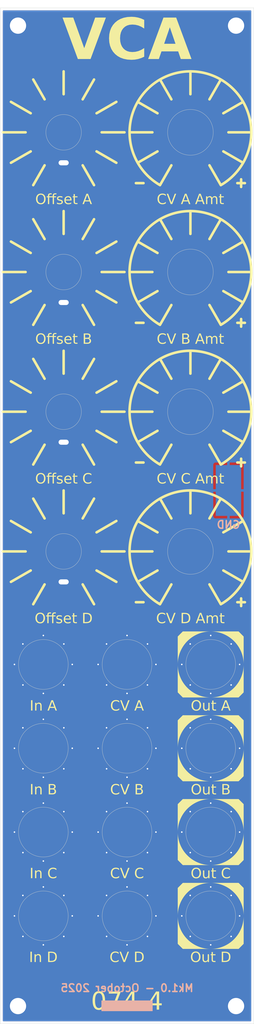
<source format=kicad_pcb>
(kicad_pcb (version 20241229) (generator "pcbnew") (generator_version "9.0")
  (title_block (title "Kosmo Format Front Panel - 5 cm") (company "DMH Instruments"))
  (layers (0 "F.Cu" signal) (2 "B.Cu" signal) (13 "F.Paste" user) (15 "B.Paste" user) (5 "F.SilkS" user "F.Silkscreen") (7 "B.SilkS" user "B.Silkscreen") (1 "F.Mask" user) (3 "B.Mask" user) (25 "Edge.Cuts" user))
  (net 0 "")
  (net 1 "GND")
  (footprint "SynthStuff:Jack_6.35mm_Cutout_v3" (layer "F.Cu") (at 58.5 192.25)
    (property "Reference" "H14")
    (property "Value" "In C" (at 0 8.25 0) (layer "F.SilkS") (effects (font (size 2 2))))
    (fp_circle (center 0 0) (end 0 -4.9) (stroke (width 0.05)) (fill no) (layer "Edge.Cuts"))
    (pad "1" thru_hole circle (at -5.7 0) (size 0.5 0.5) (drill 0.3) (layers "*.Cu" "*.Mask") (net 1 "GND"))
    (pad "1" thru_hole circle (at -4.04 -4.03) (size 0.5 0.5) (drill 0.3) (layers "*.Cu" "*.Mask") (net 1 "GND"))
    (pad "1" thru_hole circle (at -4.03 4.04) (size 0.5 0.5) (drill 0.3) (layers "*.Cu" "*.Mask") (net 1 "GND"))
    (pad "1" thru_hole circle (at 0 -5.7) (size 0.5 0.5) (drill 0.3) (layers "*.Cu" "*.Mask") (net 1 "GND"))
    (pad "1" connect circle (at 0 0) (size 12 12) (layers "F.Cu" "F.Mask") (net 1 "GND"))
    (pad "1" connect circle (at 0 0) (size 12 12) (layers "B.Cu" "B.Mask") (net 1 "GND"))
    (pad "1" thru_hole circle (at 0 5.7) (size 0.5 0.5) (drill 0.3) (layers "*.Cu" "*.Mask") (net 1 "GND"))
    (pad "1" thru_hole circle (at 4.03 4.04) (size 0.5 0.5) (drill 0.3) (layers "*.Cu" "*.Mask") (net 1 "GND"))
    (pad "1" thru_hole circle (at 4.04 -4.03) (size 0.5 0.5) (drill 0.3) (layers "*.Cu" "*.Mask") (net 1 "GND"))
    (pad "1" thru_hole circle (at 5.7 0) (size 0.5 0.5) (drill 0.3) (layers "*.Cu" "*.Mask") (net 1 "GND"))
  )
  (footprint "SynthStuff:MountingHole_Rails" (layer "F.Cu") (at 53.5 226.5)
    (property "Reference" "H3")
    (property "Value" "MountingHole_Rails" (hide yes))
    (pad "1" thru_hole circle (at 0 0) (size 4 4) (drill 3.2) (layers "*.Cu" "*.Mask") (net 1 "GND"))
  )
  (footprint "SynthStuff:Jack_6.35mm_Cutout_Output_v6" (layer "F.Cu") (at 91.5 192.25)
    (property "Reference" "H23")
    (property "Value" "Out C" (at 0 8.25 0) (layer "F.SilkS") (effects (font (size 2 2))))
    (fp_poly (pts (xy -6.5 5.5) (arc (start -6.5 0) (mid -4.596194 4.596194) (end 0 6.5)) (xy -5.5 6.5)) (fill yes) (layer "F.SilkS"))
    (fp_poly (pts (xy -5.5 -6.5) (arc (start 0 -6.5) (mid -4.596194 -4.596194) (end -6.5 0)) (xy -6.5 -5.5)) (fill yes) (layer "F.SilkS"))
    (fp_poly (pts (xy 5.5 6.5) (arc (start 0 6.5) (mid 4.596194 4.596194) (end 6.5 0)) (xy 6.5 5.5)) (fill yes) (layer "F.SilkS"))
    (fp_poly (pts (xy 6.5 -5.5) (arc (start 6.5 0) (mid 4.596194 -4.596194) (end 0 -6.5)) (xy 5.5 -6.5)) (fill yes) (layer "F.SilkS"))
    (fp_circle (center 0 0) (end 0 -4.9) (stroke (width 0.05)) (fill no) (layer "Edge.Cuts"))
    (pad "1" thru_hole circle (at -5.7 0) (size 0.5 0.5) (drill 0.3) (layers "*.Cu" "*.Mask") (net 1 "GND"))
    (pad "1" thru_hole circle (at -4.04 -4.03) (size 0.5 0.5) (drill 0.3) (layers "*.Cu" "*.Mask") (net 1 "GND"))
    (pad "1" thru_hole circle (at -4.03 4.04) (size 0.5 0.5) (drill 0.3) (layers "*.Cu" "*.Mask") (net 1 "GND"))
    (pad "1" thru_hole circle (at 0 -5.7) (size 0.5 0.5) (drill 0.3) (layers "*.Cu" "*.Mask") (net 1 "GND"))
    (pad "1" connect circle (at 0 0) (size 12 12) (layers "F.Cu" "F.Mask") (net 1 "GND"))
    (pad "1" connect circle (at 0 0) (size 12 12) (layers "B.Cu" "B.Mask") (net 1 "GND"))
    (pad "1" thru_hole circle (at 0 5.7) (size 0.5 0.5) (drill 0.3) (layers "*.Cu" "*.Mask") (net 1 "GND"))
    (pad "1" thru_hole circle (at 4.03 4.04) (size 0.5 0.5) (drill 0.3) (layers "*.Cu" "*.Mask") (net 1 "GND"))
    (pad "1" thru_hole circle (at 4.04 -4.03) (size 0.5 0.5) (drill 0.3) (layers "*.Cu" "*.Mask") (net 1 "GND"))
    (pad "1" thru_hole circle (at 5.7 0) (size 0.5 0.5) (drill 0.3) (layers "*.Cu" "*.Mask") (net 1 "GND"))
  )
  (footprint "SynthStuff:Jack_6.35mm_Cutout_v3" (layer "F.Cu") (at 75 208.75)
    (property "Reference" "H22")
    (property "Value" "CV D" (at 0 8.25 0) (layer "F.SilkS") (effects (font (size 2 2))))
    (fp_circle (center 0 0) (end 0 -4.9) (stroke (width 0.05)) (fill no) (layer "Edge.Cuts"))
    (pad "1" thru_hole circle (at -5.7 0) (size 0.5 0.5) (drill 0.3) (layers "*.Cu" "*.Mask") (net 1 "GND"))
    (pad "1" thru_hole circle (at -4.04 -4.03) (size 0.5 0.5) (drill 0.3) (layers "*.Cu" "*.Mask") (net 1 "GND"))
    (pad "1" thru_hole circle (at -4.03 4.04) (size 0.5 0.5) (drill 0.3) (layers "*.Cu" "*.Mask") (net 1 "GND"))
    (pad "1" thru_hole circle (at 0 -5.7) (size 0.5 0.5) (drill 0.3) (layers "*.Cu" "*.Mask") (net 1 "GND"))
    (pad "1" connect circle (at 0 0) (size 12 12) (layers "F.Cu" "F.Mask") (net 1 "GND"))
    (pad "1" connect circle (at 0 0) (size 12 12) (layers "B.Cu" "B.Mask") (net 1 "GND"))
    (pad "1" thru_hole circle (at 0 5.7) (size 0.5 0.5) (drill 0.3) (layers "*.Cu" "*.Mask") (net 1 "GND"))
    (pad "1" thru_hole circle (at 4.03 4.04) (size 0.5 0.5) (drill 0.3) (layers "*.Cu" "*.Mask") (net 1 "GND"))
    (pad "1" thru_hole circle (at 4.04 -4.03) (size 0.5 0.5) (drill 0.3) (layers "*.Cu" "*.Mask") (net 1 "GND"))
    (pad "1" thru_hole circle (at 5.7 0) (size 0.5 0.5) (drill 0.3) (layers "*.Cu" "*.Mask") (net 1 "GND"))
  )
  (footprint "SynthStuff:Pot_Cutout_Tiny" (layer "F.Cu") (at 62.5 54.5)
    (property "Reference" "H5")
    (property "Value" "Offset A" (at 0 13.3 0) (layer "F.SilkS") (effects (font (size 2 2))))
    (fp_line (start -7.499998 0) (end -12 0) (stroke (width 0.5)) (layer "F.SilkS"))
    (fp_line (start -6.49301 -3.753771) (end -10.394285 -5.996567) (stroke (width 0.5)) (layer "F.SilkS"))
    (fp_line (start -6.49301 3.753772) (end -10.394227 5.996669) (stroke (width 0.5)) (layer "F.SilkS"))
    (fp_line (start -3.753772 -6.49301) (end -5.996669 -10.394227) (stroke (width 0.5)) (layer "F.SilkS"))
    (fp_line (start -3.753771 6.49301) (end -5.996567 10.394285) (stroke (width 0.5)) (layer "F.SilkS"))
    (fp_line (start 0 -7.5) (end 0 -12) (stroke (width 0.5)) (layer "F.SilkS"))
    (fp_line (start 3.753771 -6.49301) (end 5.996567 -10.394285) (stroke (width 0.5)) (layer "F.SilkS"))
    (fp_line (start 3.753772 6.49301) (end 5.996669 10.394227) (stroke (width 0.5)) (layer "F.SilkS"))
    (fp_line (start 6.49301 -3.753772) (end 10.394227 -5.996669) (stroke (width 0.5)) (layer "F.SilkS"))
    (fp_line (start 6.49301 3.753771) (end 10.394285 5.996567) (stroke (width 0.5)) (layer "F.SilkS"))
    (fp_line (start 7.5 0) (end 12 0) (stroke (width 0.5)) (layer "F.SilkS"))
    (fp_circle (center 0 0) (end 0 3.5) (stroke (width 0.05)) (fill no) (layer "Edge.Cuts"))
    (pad "1" connect circle (at 0 0) (size 12 12) (layers "F.Cu" "F.Mask") (net 1 "GND"))
    (pad "1" connect circle (at 0 0) (size 12 12) (layers "B.Cu" "B.Mask") (net 1 "GND"))
    (pad "1" thru_hole oval (at 0 6) (size 2.5 1.5) (drill oval 2 1) (layers "*.Cu" "*.Mask") (net 1 "GND"))
  )
  (footprint "SynthStuff:Jack_6.35mm_Cutout_v3" (layer "F.Cu") (at 75 192.25)
    (property "Reference" "H18")
    (property "Value" "CV C" (at 0 8.25 0) (layer "F.SilkS") (effects (font (size 2 2))))
    (fp_circle (center 0 0) (end 0 -4.9) (stroke (width 0.05)) (fill no) (layer "Edge.Cuts"))
    (pad "1" thru_hole circle (at -5.7 0) (size 0.5 0.5) (drill 0.3) (layers "*.Cu" "*.Mask") (net 1 "GND"))
    (pad "1" thru_hole circle (at -4.04 -4.03) (size 0.5 0.5) (drill 0.3) (layers "*.Cu" "*.Mask") (net 1 "GND"))
    (pad "1" thru_hole circle (at -4.03 4.04) (size 0.5 0.5) (drill 0.3) (layers "*.Cu" "*.Mask") (net 1 "GND"))
    (pad "1" thru_hole circle (at 0 -5.7) (size 0.5 0.5) (drill 0.3) (layers "*.Cu" "*.Mask") (net 1 "GND"))
    (pad "1" connect circle (at 0 0) (size 12 12) (layers "F.Cu" "F.Mask") (net 1 "GND"))
    (pad "1" connect circle (at 0 0) (size 12 12) (layers "B.Cu" "B.Mask") (net 1 "GND"))
    (pad "1" thru_hole circle (at 0 5.7) (size 0.5 0.5) (drill 0.3) (layers "*.Cu" "*.Mask") (net 1 "GND"))
    (pad "1" thru_hole circle (at 4.03 4.04) (size 0.5 0.5) (drill 0.3) (layers "*.Cu" "*.Mask") (net 1 "GND"))
    (pad "1" thru_hole circle (at 4.04 -4.03) (size 0.5 0.5) (drill 0.3) (layers "*.Cu" "*.Mask") (net 1 "GND"))
    (pad "1" thru_hole circle (at 5.7 0) (size 0.5 0.5) (drill 0.3) (layers "*.Cu" "*.Mask") (net 1 "GND"))
  )
  (footprint "SynthStuff:Jack_6.35mm_Cutout_v3" (layer "F.Cu") (at 75 159.25)
    (property "Reference" "H9")
    (property "Value" "CV A" (at 0 8.25 0) (layer "F.SilkS") (effects (font (size 2 2))))
    (fp_circle (center 0 0) (end 0 -4.9) (stroke (width 0.05)) (fill no) (layer "Edge.Cuts"))
    (pad "1" thru_hole circle (at -5.7 0) (size 0.5 0.5) (drill 0.3) (layers "*.Cu" "*.Mask") (net 1 "GND"))
    (pad "1" thru_hole circle (at -4.04 -4.03) (size 0.5 0.5) (drill 0.3) (layers "*.Cu" "*.Mask") (net 1 "GND"))
    (pad "1" thru_hole circle (at -4.03 4.04) (size 0.5 0.5) (drill 0.3) (layers "*.Cu" "*.Mask") (net 1 "GND"))
    (pad "1" thru_hole circle (at 0 -5.7) (size 0.5 0.5) (drill 0.3) (layers "*.Cu" "*.Mask") (net 1 "GND"))
    (pad "1" connect circle (at 0 0) (size 12 12) (layers "F.Cu" "F.Mask") (net 1 "GND"))
    (pad "1" connect circle (at 0 0) (size 12 12) (layers "B.Cu" "B.Mask") (net 1 "GND"))
    (pad "1" thru_hole circle (at 0 5.7) (size 0.5 0.5) (drill 0.3) (layers "*.Cu" "*.Mask") (net 1 "GND"))
    (pad "1" thru_hole circle (at 4.03 4.04) (size 0.5 0.5) (drill 0.3) (layers "*.Cu" "*.Mask") (net 1 "GND"))
    (pad "1" thru_hole circle (at 4.04 -4.03) (size 0.5 0.5) (drill 0.3) (layers "*.Cu" "*.Mask") (net 1 "GND"))
    (pad "1" thru_hole circle (at 5.7 0) (size 0.5 0.5) (drill 0.3) (layers "*.Cu" "*.Mask") (net 1 "GND"))
  )
  (footprint "SynthStuff:Pot_Cutout_Tiny" (layer "F.Cu") (at 62.5 137)
    (property "Reference" "H19")
    (property "Value" "Offset D" (at 0 13.3 0) (layer "F.SilkS") (effects (font (size 2 2))))
    (fp_line (start -7.499998 0) (end -12 0) (stroke (width 0.5)) (layer "F.SilkS"))
    (fp_line (start -6.49301 -3.753771) (end -10.394285 -5.996567) (stroke (width 0.5)) (layer "F.SilkS"))
    (fp_line (start -6.49301 3.753772) (end -10.394227 5.996669) (stroke (width 0.5)) (layer "F.SilkS"))
    (fp_line (start -3.753772 -6.49301) (end -5.996669 -10.394227) (stroke (width 0.5)) (layer "F.SilkS"))
    (fp_line (start -3.753771 6.49301) (end -5.996567 10.394285) (stroke (width 0.5)) (layer "F.SilkS"))
    (fp_line (start 0 -7.5) (end 0 -12) (stroke (width 0.5)) (layer "F.SilkS"))
    (fp_line (start 3.753771 -6.49301) (end 5.996567 -10.394285) (stroke (width 0.5)) (layer "F.SilkS"))
    (fp_line (start 3.753772 6.49301) (end 5.996669 10.394227) (stroke (width 0.5)) (layer "F.SilkS"))
    (fp_line (start 6.49301 -3.753772) (end 10.394227 -5.996669) (stroke (width 0.5)) (layer "F.SilkS"))
    (fp_line (start 6.49301 3.753771) (end 10.394285 5.996567) (stroke (width 0.5)) (layer "F.SilkS"))
    (fp_line (start 7.5 0) (end 12 0) (stroke (width 0.5)) (layer "F.SilkS"))
    (fp_circle (center 0 0) (end 0 3.5) (stroke (width 0.05)) (fill no) (layer "Edge.Cuts"))
    (pad "1" connect circle (at 0 0) (size 12 12) (layers "F.Cu" "F.Mask") (net 1 "GND"))
    (pad "1" connect circle (at 0 0) (size 12 12) (layers "B.Cu" "B.Mask") (net 1 "GND"))
    (pad "1" thru_hole oval (at 0 6) (size 2.5 1.5) (drill oval 2 1) (layers "*.Cu" "*.Mask") (net 1 "GND"))
  )
  (footprint "SynthStuff:Jack_6.35mm_Cutout_Output_v6" (layer "F.Cu") (at 91.5 159.25)
    (property "Reference" "H11")
    (property "Value" "Out A" (at 0 8.25 0) (layer "F.SilkS") (effects (font (size 2 2))))
    (fp_poly (pts (xy -6.5 5.5) (arc (start -6.5 0) (mid -4.596194 4.596194) (end 0 6.5)) (xy -5.5 6.5)) (fill yes) (layer "F.SilkS"))
    (fp_poly (pts (xy -5.5 -6.5) (arc (start 0 -6.5) (mid -4.596194 -4.596194) (end -6.5 0)) (xy -6.5 -5.5)) (fill yes) (layer "F.SilkS"))
    (fp_poly (pts (xy 5.5 6.5) (arc (start 0 6.5) (mid 4.596194 4.596194) (end 6.5 0)) (xy 6.5 5.5)) (fill yes) (layer "F.SilkS"))
    (fp_poly (pts (xy 6.5 -5.5) (arc (start 6.5 0) (mid 4.596194 -4.596194) (end 0 -6.5)) (xy 5.5 -6.5)) (fill yes) (layer "F.SilkS"))
    (fp_circle (center 0 0) (end 0 -4.9) (stroke (width 0.05)) (fill no) (layer "Edge.Cuts"))
    (pad "1" thru_hole circle (at -5.7 0) (size 0.5 0.5) (drill 0.3) (layers "*.Cu" "*.Mask") (net 1 "GND"))
    (pad "1" thru_hole circle (at -4.04 -4.03) (size 0.5 0.5) (drill 0.3) (layers "*.Cu" "*.Mask") (net 1 "GND"))
    (pad "1" thru_hole circle (at -4.03 4.04) (size 0.5 0.5) (drill 0.3) (layers "*.Cu" "*.Mask") (net 1 "GND"))
    (pad "1" thru_hole circle (at 0 -5.7) (size 0.5 0.5) (drill 0.3) (layers "*.Cu" "*.Mask") (net 1 "GND"))
    (pad "1" connect circle (at 0 0) (size 12 12) (layers "F.Cu" "F.Mask") (net 1 "GND"))
    (pad "1" connect circle (at 0 0) (size 12 12) (layers "B.Cu" "B.Mask") (net 1 "GND"))
    (pad "1" thru_hole circle (at 0 5.7) (size 0.5 0.5) (drill 0.3) (layers "*.Cu" "*.Mask") (net 1 "GND"))
    (pad "1" thru_hole circle (at 4.03 4.04) (size 0.5 0.5) (drill 0.3) (layers "*.Cu" "*.Mask") (net 1 "GND"))
    (pad "1" thru_hole circle (at 4.04 -4.03) (size 0.5 0.5) (drill 0.3) (layers "*.Cu" "*.Mask") (net 1 "GND"))
    (pad "1" thru_hole circle (at 5.7 0) (size 0.5 0.5) (drill 0.3) (layers "*.Cu" "*.Mask") (net 1 "GND"))
  )
  (footprint "SynthStuff:Jack_6.35mm_Cutout_v3" (layer "F.Cu") (at 75 175.75)
    (property "Reference" "H17")
    (property "Value" "CV B" (at 0 8.25 0) (layer "F.SilkS") (effects (font (size 2 2))))
    (fp_circle (center 0 0) (end 0 -4.9) (stroke (width 0.05)) (fill no) (layer "Edge.Cuts"))
    (pad "1" thru_hole circle (at -5.7 0) (size 0.5 0.5) (drill 0.3) (layers "*.Cu" "*.Mask") (net 1 "GND"))
    (pad "1" thru_hole circle (at -4.04 -4.03) (size 0.5 0.5) (drill 0.3) (layers "*.Cu" "*.Mask") (net 1 "GND"))
    (pad "1" thru_hole circle (at -4.03 4.04) (size 0.5 0.5) (drill 0.3) (layers "*.Cu" "*.Mask") (net 1 "GND"))
    (pad "1" thru_hole circle (at 0 -5.7) (size 0.5 0.5) (drill 0.3) (layers "*.Cu" "*.Mask") (net 1 "GND"))
    (pad "1" connect circle (at 0 0) (size 12 12) (layers "F.Cu" "F.Mask") (net 1 "GND"))
    (pad "1" connect circle (at 0 0) (size 12 12) (layers "B.Cu" "B.Mask") (net 1 "GND"))
    (pad "1" thru_hole circle (at 0 5.7) (size 0.5 0.5) (drill 0.3) (layers "*.Cu" "*.Mask") (net 1 "GND"))
    (pad "1" thru_hole circle (at 4.03 4.04) (size 0.5 0.5) (drill 0.3) (layers "*.Cu" "*.Mask") (net 1 "GND"))
    (pad "1" thru_hole circle (at 4.04 -4.03) (size 0.5 0.5) (drill 0.3) (layers "*.Cu" "*.Mask") (net 1 "GND"))
    (pad "1" thru_hole circle (at 5.7 0) (size 0.5 0.5) (drill 0.3) (layers "*.Cu" "*.Mask") (net 1 "GND"))
  )
  (footprint "SynthStuff:Jack_6.35mm_Cutout_v3" (layer "F.Cu") (at 58.5 208.75)
    (property "Reference" "H21")
    (property "Value" "In D" (at 0 8.25 0) (layer "F.SilkS") (effects (font (size 2 2))))
    (fp_circle (center 0 0) (end 0 -4.9) (stroke (width 0.05)) (fill no) (layer "Edge.Cuts"))
    (pad "1" thru_hole circle (at -5.7 0) (size 0.5 0.5) (drill 0.3) (layers "*.Cu" "*.Mask") (net 1 "GND"))
    (pad "1" thru_hole circle (at -4.04 -4.03) (size 0.5 0.5) (drill 0.3) (layers "*.Cu" "*.Mask") (net 1 "GND"))
    (pad "1" thru_hole circle (at -4.03 4.04) (size 0.5 0.5) (drill 0.3) (layers "*.Cu" "*.Mask") (net 1 "GND"))
    (pad "1" thru_hole circle (at 0 -5.7) (size 0.5 0.5) (drill 0.3) (layers "*.Cu" "*.Mask") (net 1 "GND"))
    (pad "1" connect circle (at 0 0) (size 12 12) (layers "F.Cu" "F.Mask") (net 1 "GND"))
    (pad "1" connect circle (at 0 0) (size 12 12) (layers "B.Cu" "B.Mask") (net 1 "GND"))
    (pad "1" thru_hole circle (at 0 5.7) (size 0.5 0.5) (drill 0.3) (layers "*.Cu" "*.Mask") (net 1 "GND"))
    (pad "1" thru_hole circle (at 4.03 4.04) (size 0.5 0.5) (drill 0.3) (layers "*.Cu" "*.Mask") (net 1 "GND"))
    (pad "1" thru_hole circle (at 4.04 -4.03) (size 0.5 0.5) (drill 0.3) (layers "*.Cu" "*.Mask") (net 1 "GND"))
    (pad "1" thru_hole circle (at 5.7 0) (size 0.5 0.5) (drill 0.3) (layers "*.Cu" "*.Mask") (net 1 "GND"))
  )
  (footprint "SynthStuff:Jack_6.35mm_Cutout_Output_v6" (layer "F.Cu") (at 91.5 208.75)
    (property "Reference" "H24")
    (property "Value" "Out D" (at 0 8.25 0) (layer "F.SilkS") (effects (font (size 2 2))))
    (fp_poly (pts (xy -6.5 5.5) (arc (start -6.5 0) (mid -4.596194 4.596194) (end 0 6.5)) (xy -5.5 6.5)) (fill yes) (layer "F.SilkS"))
    (fp_poly (pts (xy -5.5 -6.5) (arc (start 0 -6.5) (mid -4.596194 -4.596194) (end -6.5 0)) (xy -6.5 -5.5)) (fill yes) (layer "F.SilkS"))
    (fp_poly (pts (xy 5.5 6.5) (arc (start 0 6.5) (mid 4.596194 4.596194) (end 6.5 0)) (xy 6.5 5.5)) (fill yes) (layer "F.SilkS"))
    (fp_poly (pts (xy 6.5 -5.5) (arc (start 6.5 0) (mid 4.596194 -4.596194) (end 0 -6.5)) (xy 5.5 -6.5)) (fill yes) (layer "F.SilkS"))
    (fp_circle (center 0 0) (end 0 -4.9) (stroke (width 0.05)) (fill no) (layer "Edge.Cuts"))
    (pad "1" thru_hole circle (at -5.7 0) (size 0.5 0.5) (drill 0.3) (layers "*.Cu" "*.Mask") (net 1 "GND"))
    (pad "1" thru_hole circle (at -4.04 -4.03) (size 0.5 0.5) (drill 0.3) (layers "*.Cu" "*.Mask") (net 1 "GND"))
    (pad "1" thru_hole circle (at -4.03 4.04) (size 0.5 0.5) (drill 0.3) (layers "*.Cu" "*.Mask") (net 1 "GND"))
    (pad "1" thru_hole circle (at 0 -5.7) (size 0.5 0.5) (drill 0.3) (layers "*.Cu" "*.Mask") (net 1 "GND"))
    (pad "1" connect circle (at 0 0) (size 12 12) (layers "F.Cu" "F.Mask") (net 1 "GND"))
    (pad "1" connect circle (at 0 0) (size 12 12) (layers "B.Cu" "B.Mask") (net 1 "GND"))
    (pad "1" thru_hole circle (at 0 5.7) (size 0.5 0.5) (drill 0.3) (layers "*.Cu" "*.Mask") (net 1 "GND"))
    (pad "1" thru_hole circle (at 4.03 4.04) (size 0.5 0.5) (drill 0.3) (layers "*.Cu" "*.Mask") (net 1 "GND"))
    (pad "1" thru_hole circle (at 4.04 -4.03) (size 0.5 0.5) (drill 0.3) (layers "*.Cu" "*.Mask") (net 1 "GND"))
    (pad "1" thru_hole circle (at 5.7 0) (size 0.5 0.5) (drill 0.3) (layers "*.Cu" "*.Mask") (net 1 "GND"))
  )
  (footprint "SynthStuff:Jack_6.35mm_Cutout_v3" (layer "F.Cu") (at 58.5 175.75)
    (property "Reference" "H15")
    (property "Value" "In B" (at 0 8.25 0) (layer "F.SilkS") (effects (font (size 2 2))))
    (fp_circle (center 0 0) (end 0 -4.9) (stroke (width 0.05)) (fill no) (layer "Edge.Cuts"))
    (pad "1" thru_hole circle (at -5.7 0) (size 0.5 0.5) (drill 0.3) (layers "*.Cu" "*.Mask") (net 1 "GND"))
    (pad "1" thru_hole circle (at -4.04 -4.03) (size 0.5 0.5) (drill 0.3) (layers "*.Cu" "*.Mask") (net 1 "GND"))
    (pad "1" thru_hole circle (at -4.03 4.04) (size 0.5 0.5) (drill 0.3) (layers "*.Cu" "*.Mask") (net 1 "GND"))
    (pad "1" thru_hole circle (at 0 -5.7) (size 0.5 0.5) (drill 0.3) (layers "*.Cu" "*.Mask") (net 1 "GND"))
    (pad "1" connect circle (at 0 0) (size 12 12) (layers "F.Cu" "F.Mask") (net 1 "GND"))
    (pad "1" connect circle (at 0 0) (size 12 12) (layers "B.Cu" "B.Mask") (net 1 "GND"))
    (pad "1" thru_hole circle (at 0 5.7) (size 0.5 0.5) (drill 0.3) (layers "*.Cu" "*.Mask") (net 1 "GND"))
    (pad "1" thru_hole circle (at 4.03 4.04) (size 0.5 0.5) (drill 0.3) (layers "*.Cu" "*.Mask") (net 1 "GND"))
    (pad "1" thru_hole circle (at 4.04 -4.03) (size 0.5 0.5) (drill 0.3) (layers "*.Cu" "*.Mask") (net 1 "GND"))
    (pad "1" thru_hole circle (at 5.7 0) (size 0.5 0.5) (drill 0.3) (layers "*.Cu" "*.Mask") (net 1 "GND"))
  )
  (footprint "SynthStuff:Pot_Cutout_Tiny" (layer "F.Cu") (at 62.5 82)
    (property "Reference" "H12")
    (property "Value" "Offset B" (at 0 13.3 0) (layer "F.SilkS") (effects (font (size 2 2))))
    (fp_line (start -7.499998 0) (end -12 0) (stroke (width 0.5)) (layer "F.SilkS"))
    (fp_line (start -6.49301 -3.753771) (end -10.394285 -5.996567) (stroke (width 0.5)) (layer "F.SilkS"))
    (fp_line (start -6.49301 3.753772) (end -10.394227 5.996669) (stroke (width 0.5)) (layer "F.SilkS"))
    (fp_line (start -3.753772 -6.49301) (end -5.996669 -10.394227) (stroke (width 0.5)) (layer "F.SilkS"))
    (fp_line (start -3.753771 6.49301) (end -5.996567 10.394285) (stroke (width 0.5)) (layer "F.SilkS"))
    (fp_line (start 0 -7.5) (end 0 -12) (stroke (width 0.5)) (layer "F.SilkS"))
    (fp_line (start 3.753771 -6.49301) (end 5.996567 -10.394285) (stroke (width 0.5)) (layer "F.SilkS"))
    (fp_line (start 3.753772 6.49301) (end 5.996669 10.394227) (stroke (width 0.5)) (layer "F.SilkS"))
    (fp_line (start 6.49301 -3.753772) (end 10.394227 -5.996669) (stroke (width 0.5)) (layer "F.SilkS"))
    (fp_line (start 6.49301 3.753771) (end 10.394285 5.996567) (stroke (width 0.5)) (layer "F.SilkS"))
    (fp_line (start 7.5 0) (end 12 0) (stroke (width 0.5)) (layer "F.SilkS"))
    (fp_circle (center 0 0) (end 0 3.5) (stroke (width 0.05)) (fill no) (layer "Edge.Cuts"))
    (pad "1" connect circle (at 0 0) (size 12 12) (layers "F.Cu" "F.Mask") (net 1 "GND"))
    (pad "1" connect circle (at 0 0) (size 12 12) (layers "B.Cu" "B.Mask") (net 1 "GND"))
    (pad "1" thru_hole oval (at 0 6) (size 2.5 1.5) (drill oval 2 1) (layers "*.Cu" "*.Mask") (net 1 "GND"))
  )
  (footprint "SynthStuff:Pot_Cutout_Tiny" (layer "F.Cu") (at 62.5 109.5)
    (property "Reference" "H7")
    (property "Value" "Offset C" (at 0 13.3 0) (layer "F.SilkS") (effects (font (size 2 2))))
    (fp_line (start -7.499998 0) (end -12 0) (stroke (width 0.5)) (layer "F.SilkS"))
    (fp_line (start -6.49301 -3.753771) (end -10.394285 -5.996567) (stroke (width 0.5)) (layer "F.SilkS"))
    (fp_line (start -6.49301 3.753772) (end -10.394227 5.996669) (stroke (width 0.5)) (layer "F.SilkS"))
    (fp_line (start -3.753772 -6.49301) (end -5.996669 -10.394227) (stroke (width 0.5)) (layer "F.SilkS"))
    (fp_line (start -3.753771 6.49301) (end -5.996567 10.394285) (stroke (width 0.5)) (layer "F.SilkS"))
    (fp_line (start 0 -7.5) (end 0 -12) (stroke (width 0.5)) (layer "F.SilkS"))
    (fp_line (start 3.753771 -6.49301) (end 5.996567 -10.394285) (stroke (width 0.5)) (layer "F.SilkS"))
    (fp_line (start 3.753772 6.49301) (end 5.996669 10.394227) (stroke (width 0.5)) (layer "F.SilkS"))
    (fp_line (start 6.49301 -3.753772) (end 10.394227 -5.996669) (stroke (width 0.5)) (layer "F.SilkS"))
    (fp_line (start 6.49301 3.753771) (end 10.394285 5.996567) (stroke (width 0.5)) (layer "F.SilkS"))
    (fp_line (start 7.5 0) (end 12 0) (stroke (width 0.5)) (layer "F.SilkS"))
    (fp_circle (center 0 0) (end 0 3.5) (stroke (width 0.05)) (fill no) (layer "Edge.Cuts"))
    (pad "1" connect circle (at 0 0) (size 12 12) (layers "F.Cu" "F.Mask") (net 1 "GND"))
    (pad "1" connect circle (at 0 0) (size 12 12) (layers "B.Cu" "B.Mask") (net 1 "GND"))
    (pad "1" thru_hole oval (at 0 6) (size 2.5 1.5) (drill oval 2 1) (layers "*.Cu" "*.Mask") (net 1 "GND"))
  )
  (footprint "SynthStuff:MountingHole_Rails" (layer "F.Cu") (at 96.5 33.5)
    (property "Reference" "H2")
    (property "Value" "MountingHole_Rails" (hide yes))
    (pad "1" thru_hole circle (at 0 0) (size 4 4) (drill 3.2) (layers "*.Cu" "*.Mask") (net 1 "GND"))
  )
  (footprint "SynthStuff:MountingHole_Rails" (layer "F.Cu") (at 96.5 226.5)
    (property "Reference" "H4")
    (property "Value" "MountingHole_Rails" (hide yes))
    (pad "1" thru_hole circle (at 0 0) (size 4 4) (drill 3.2) (layers "*.Cu" "*.Mask") (net 1 "GND"))
  )
  (footprint "SynthStuff:Jack_6.35mm_Cutout_v3" (layer "F.Cu") (at 58.5 159.25)
    (property "Reference" "H8")
    (property "Value" "In A" (at 0 8.25 0) (layer "F.SilkS") (effects (font (size 2 2))))
    (fp_circle (center 0 0) (end 0 -4.9) (stroke (width 0.05)) (fill no) (layer "Edge.Cuts"))
    (pad "1" thru_hole circle (at -5.7 0) (size 0.5 0.5) (drill 0.3) (layers "*.Cu" "*.Mask") (net 1 "GND"))
    (pad "1" thru_hole circle (at -4.04 -4.03) (size 0.5 0.5) (drill 0.3) (layers "*.Cu" "*.Mask") (net 1 "GND"))
    (pad "1" thru_hole circle (at -4.03 4.04) (size 0.5 0.5) (drill 0.3) (layers "*.Cu" "*.Mask") (net 1 "GND"))
    (pad "1" thru_hole circle (at 0 -5.7) (size 0.5 0.5) (drill 0.3) (layers "*.Cu" "*.Mask") (net 1 "GND"))
    (pad "1" connect circle (at 0 0) (size 12 12) (layers "F.Cu" "F.Mask") (net 1 "GND"))
    (pad "1" connect circle (at 0 0) (size 12 12) (layers "B.Cu" "B.Mask") (net 1 "GND"))
    (pad "1" thru_hole circle (at 0 5.7) (size 0.5 0.5) (drill 0.3) (layers "*.Cu" "*.Mask") (net 1 "GND"))
    (pad "1" thru_hole circle (at 4.03 4.04) (size 0.5 0.5) (drill 0.3) (layers "*.Cu" "*.Mask") (net 1 "GND"))
    (pad "1" thru_hole circle (at 4.04 -4.03) (size 0.5 0.5) (drill 0.3) (layers "*.Cu" "*.Mask") (net 1 "GND"))
    (pad "1" thru_hole circle (at 5.7 0) (size 0.5 0.5) (drill 0.3) (layers "*.Cu" "*.Mask") (net 1 "GND"))
  )
  (footprint "SynthStuff:Pot_Cutout_Tiny_attv_P110KH1" (layer "F.Cu") (at 87.5 137)
    (property "Reference" "H20")
    (property "Value" "CV D Amt" (at 0 13.3 0) (layer "F.SilkS") (effects (font (size 2 2))))
    (fp_line (start -10.75 10) (end -9.25 10) (stroke (width 0.5)) (layer "F.SilkS"))
    (fp_line (start -7.499998 0) (end -12 0) (stroke (width 0.5)) (layer "F.SilkS"))
    (fp_line (start -6.49301 -3.753771) (end -10.394285 -5.996567) (stroke (width 0.5)) (layer "F.SilkS"))
    (fp_line (start -6.49301 3.753772) (end -10.394227 5.996669) (stroke (width 0.5)) (layer "F.SilkS"))
    (fp_line (start -3.753772 -6.49301) (end -5.996669 -10.394227) (stroke (width 0.5)) (layer "F.SilkS"))
    (fp_line (start -3.753771 6.49301) (end -5.996567 10.394285) (stroke (width 0.5)) (layer "F.SilkS"))
    (fp_line (start 0 -7.5) (end 0 -12) (stroke (width 0.5)) (layer "F.SilkS"))
    (fp_line (start 3.753771 -6.49301) (end 5.996567 -10.394285) (stroke (width 0.5)) (layer "F.SilkS"))
    (fp_line (start 3.753772 6.49301) (end 5.996669 10.394227) (stroke (width 0.5)) (layer "F.SilkS"))
    (fp_line (start 6.49301 -3.753772) (end 10.394227 -5.996669) (stroke (width 0.5)) (layer "F.SilkS"))
    (fp_line (start 6.49301 3.753771) (end 10.394285 5.996567) (stroke (width 0.5)) (layer "F.SilkS"))
    (fp_line (start 7.5 0) (end 12 0) (stroke (width 0.5)) (layer "F.SilkS"))
    (fp_line (start 9.25 10) (end 10.75 10) (stroke (width 0.5)) (layer "F.SilkS"))
    (fp_line (start 10 10.75) (end 10 9.25) (stroke (width 0.5)) (layer "F.SilkS"))
    (fp_arc (start -5.996567 10.394285) (mid -11.591622 -3.103914) (end 0 -11.999999) (stroke (width 0.5)) (layer "F.SilkS"))
    (fp_arc (start 0 -11.999996) (mid 11.591604 -3.103969) (end 5.996669 10.394227) (stroke (width 0.5)) (layer "F.SilkS"))
    (fp_circle (center 0 0) (end 4.5 0) (stroke (width 0.05)) (fill no) (layer "Edge.Cuts"))
    (pad "1" connect circle (at 0 0) (size 12 12) (layers "F.Cu" "F.Mask") (net 1 "GND"))
    (pad "1" connect circle (at 0 0) (size 12 12) (layers "B.Cu" "B.Mask") (net 1 "GND"))
  )
  (footprint "SynthStuff:Pot_Cutout_Tiny_attv_P110KH1" (layer "F.Cu") (at 87.5 54.5)
    (property "Reference" "H6")
    (property "Value" "CV A Amt" (at 0 13.3 0) (layer "F.SilkS") (effects (font (size 2 2))))
    (fp_line (start -10.75 10) (end -9.25 10) (stroke (width 0.5)) (layer "F.SilkS"))
    (fp_line (start -7.499998 0) (end -12 0) (stroke (width 0.5)) (layer "F.SilkS"))
    (fp_line (start -6.49301 -3.753771) (end -10.394285 -5.996567) (stroke (width 0.5)) (layer "F.SilkS"))
    (fp_line (start -6.49301 3.753772) (end -10.394227 5.996669) (stroke (width 0.5)) (layer "F.SilkS"))
    (fp_line (start -3.753772 -6.49301) (end -5.996669 -10.394227) (stroke (width 0.5)) (layer "F.SilkS"))
    (fp_line (start -3.753771 6.49301) (end -5.996567 10.394285) (stroke (width 0.5)) (layer "F.SilkS"))
    (fp_line (start 0 -7.5) (end 0 -12) (stroke (width 0.5)) (layer "F.SilkS"))
    (fp_line (start 3.753771 -6.49301) (end 5.996567 -10.394285) (stroke (width 0.5)) (layer "F.SilkS"))
    (fp_line (start 3.753772 6.49301) (end 5.996669 10.394227) (stroke (width 0.5)) (layer "F.SilkS"))
    (fp_line (start 6.49301 -3.753772) (end 10.394227 -5.996669) (stroke (width 0.5)) (layer "F.SilkS"))
    (fp_line (start 6.49301 3.753771) (end 10.394285 5.996567) (stroke (width 0.5)) (layer "F.SilkS"))
    (fp_line (start 7.5 0) (end 12 0) (stroke (width 0.5)) (layer "F.SilkS"))
    (fp_line (start 9.25 10) (end 10.75 10) (stroke (width 0.5)) (layer "F.SilkS"))
    (fp_line (start 10 10.75) (end 10 9.25) (stroke (width 0.5)) (layer "F.SilkS"))
    (fp_arc (start -5.996567 10.394285) (mid -11.591622 -3.103914) (end 0 -11.999999) (stroke (width 0.5)) (layer "F.SilkS"))
    (fp_arc (start 0 -11.999996) (mid 11.591604 -3.103969) (end 5.996669 10.394227) (stroke (width 0.5)) (layer "F.SilkS"))
    (fp_circle (center 0 0) (end 4.5 0) (stroke (width 0.05)) (fill no) (layer "Edge.Cuts"))
    (pad "1" connect circle (at 0 0) (size 12 12) (layers "F.Cu" "F.Mask") (net 1 "GND"))
    (pad "1" connect circle (at 0 0) (size 12 12) (layers "B.Cu" "B.Mask") (net 1 "GND"))
  )
  (footprint "SynthStuff:Pot_Cutout_Tiny_attv_P110KH1" (layer "F.Cu") (at 87.5 82)
    (property "Reference" "H13")
    (property "Value" "CV B Amt" (at 0 13.3 0) (layer "F.SilkS") (effects (font (size 2 2))))
    (fp_line (start -10.75 10) (end -9.25 10) (stroke (width 0.5)) (layer "F.SilkS"))
    (fp_line (start -7.499998 0) (end -12 0) (stroke (width 0.5)) (layer "F.SilkS"))
    (fp_line (start -6.49301 -3.753771) (end -10.394285 -5.996567) (stroke (width 0.5)) (layer "F.SilkS"))
    (fp_line (start -6.49301 3.753772) (end -10.394227 5.996669) (stroke (width 0.5)) (layer "F.SilkS"))
    (fp_line (start -3.753772 -6.49301) (end -5.996669 -10.394227) (stroke (width 0.5)) (layer "F.SilkS"))
    (fp_line (start -3.753771 6.49301) (end -5.996567 10.394285) (stroke (width 0.5)) (layer "F.SilkS"))
    (fp_line (start 0 -7.5) (end 0 -12) (stroke (width 0.5)) (layer "F.SilkS"))
    (fp_line (start 3.753771 -6.49301) (end 5.996567 -10.394285) (stroke (width 0.5)) (layer "F.SilkS"))
    (fp_line (start 3.753772 6.49301) (end 5.996669 10.394227) (stroke (width 0.5)) (layer "F.SilkS"))
    (fp_line (start 6.49301 -3.753772) (end 10.394227 -5.996669) (stroke (width 0.5)) (layer "F.SilkS"))
    (fp_line (start 6.49301 3.753771) (end 10.394285 5.996567) (stroke (width 0.5)) (layer "F.SilkS"))
    (fp_line (start 7.5 0) (end 12 0) (stroke (width 0.5)) (layer "F.SilkS"))
    (fp_line (start 9.25 10) (end 10.75 10) (stroke (width 0.5)) (layer "F.SilkS"))
    (fp_line (start 10 10.75) (end 10 9.25) (stroke (width 0.5)) (layer "F.SilkS"))
    (fp_arc (start -5.996567 10.394285) (mid -11.591622 -3.103914) (end 0 -11.999999) (stroke (width 0.5)) (layer "F.SilkS"))
    (fp_arc (start 0 -11.999996) (mid 11.591604 -3.103969) (end 5.996669 10.394227) (stroke (width 0.5)) (layer "F.SilkS"))
    (fp_circle (center 0 0) (end 4.5 0) (stroke (width 0.05)) (fill no) (layer "Edge.Cuts"))
    (pad "1" connect circle (at 0 0) (size 12 12) (layers "F.Cu" "F.Mask") (net 1 "GND"))
    (pad "1" connect circle (at 0 0) (size 12 12) (layers "B.Cu" "B.Mask") (net 1 "GND"))
  )
  (footprint "SynthStuff:MountingHole_Rails" (layer "F.Cu") (at 53.5 33.5)
    (property "Reference" "H1")
    (property "Value" "MountingHole_Rails" (hide yes))
    (pad "1" thru_hole circle (at 0 0) (size 4 4) (drill 3.2) (layers "*.Cu" "*.Mask") (net 1 "GND"))
  )
  (footprint "SynthStuff:Pot_Cutout_Tiny_attv_P110KH1" (layer "F.Cu") (at 87.5 109.5)
    (property "Reference" "H10")
    (property "Value" "CV C Amt" (at 0 13.3 0) (layer "F.SilkS") (effects (font (size 2 2))))
    (fp_line (start -10.75 10) (end -9.25 10) (stroke (width 0.5)) (layer "F.SilkS"))
    (fp_line (start -7.499998 0) (end -12 0) (stroke (width 0.5)) (layer "F.SilkS"))
    (fp_line (start -6.49301 -3.753771) (end -10.394285 -5.996567) (stroke (width 0.5)) (layer "F.SilkS"))
    (fp_line (start -6.49301 3.753772) (end -10.394227 5.996669) (stroke (width 0.5)) (layer "F.SilkS"))
    (fp_line (start -3.753772 -6.49301) (end -5.996669 -10.394227) (stroke (width 0.5)) (layer "F.SilkS"))
    (fp_line (start -3.753771 6.49301) (end -5.996567 10.394285) (stroke (width 0.5)) (layer "F.SilkS"))
    (fp_line (start 0 -7.5) (end 0 -12) (stroke (width 0.5)) (layer "F.SilkS"))
    (fp_line (start 3.753771 -6.49301) (end 5.996567 -10.394285) (stroke (width 0.5)) (layer "F.SilkS"))
    (fp_line (start 3.753772 6.49301) (end 5.996669 10.394227) (stroke (width 0.5)) (layer "F.SilkS"))
    (fp_line (start 6.49301 -3.753772) (end 10.394227 -5.996669) (stroke (width 0.5)) (layer "F.SilkS"))
    (fp_line (start 6.49301 3.753771) (end 10.394285 5.996567) (stroke (width 0.5)) (layer "F.SilkS"))
    (fp_line (start 7.5 0) (end 12 0) (stroke (width 0.5)) (layer "F.SilkS"))
    (fp_line (start 9.25 10) (end 10.75 10) (stroke (width 0.5)) (layer "F.SilkS"))
    (fp_line (start 10 10.75) (end 10 9.25) (stroke (width 0.5)) (layer "F.SilkS"))
    (fp_arc (start -5.996567 10.394285) (mid -11.591622 -3.103914) (end 0 -11.999999) (stroke (width 0.5)) (layer "F.SilkS"))
    (fp_arc (start 0 -11.999996) (mid 11.591604 -3.103969) (end 5.996669 10.394227) (stroke (width 0.5)) (layer "F.SilkS"))
    (fp_circle (center 0 0) (end 4.5 0) (stroke (width 0.05)) (fill no) (layer "Edge.Cuts"))
    (pad "1" connect circle (at 0 0) (size 12 12) (layers "F.Cu" "F.Mask") (net 1 "GND"))
    (pad "1" connect circle (at 0 0) (size 12 12) (layers "B.Cu" "B.Mask") (net 1 "GND"))
  )
  (footprint "SynthStuff:Jack_6.35mm_Cutout_Output_v6" (layer "F.Cu") (at 91.5 175.75)
    (property "Reference" "H16")
    (property "Value" "Out B" (at 0 8.25 0) (layer "F.SilkS") (effects (font (size 2 2))))
    (fp_poly (pts (xy -6.5 5.5) (arc (start -6.5 0) (mid -4.596194 4.596194) (end 0 6.5)) (xy -5.5 6.5)) (fill yes) (layer "F.SilkS"))
    (fp_poly (pts (xy -5.5 -6.5) (arc (start 0 -6.5) (mid -4.596194 -4.596194) (end -6.5 0)) (xy -6.5 -5.5)) (fill yes) (layer "F.SilkS"))
    (fp_poly (pts (xy 5.5 6.5) (arc (start 0 6.5) (mid 4.596194 4.596194) (end 6.5 0)) (xy 6.5 5.5)) (fill yes) (layer "F.SilkS"))
    (fp_poly (pts (xy 6.5 -5.5) (arc (start 6.5 0) (mid 4.596194 -4.596194) (end 0 -6.5)) (xy 5.5 -6.5)) (fill yes) (layer "F.SilkS"))
    (fp_circle (center 0 0) (end 0 -4.9) (stroke (width 0.05)) (fill no) (layer "Edge.Cuts"))
    (pad "1" thru_hole circle (at -5.7 0) (size 0.5 0.5) (drill 0.3) (layers "*.Cu" "*.Mask") (net 1 "GND"))
    (pad "1" thru_hole circle (at -4.04 -4.03) (size 0.5 0.5) (drill 0.3) (layers "*.Cu" "*.Mask") (net 1 "GND"))
    (pad "1" thru_hole circle (at -4.03 4.04) (size 0.5 0.5) (drill 0.3) (layers "*.Cu" "*.Mask") (net 1 "GND"))
    (pad "1" thru_hole circle (at 0 -5.7) (size 0.5 0.5) (drill 0.3) (layers "*.Cu" "*.Mask") (net 1 "GND"))
    (pad "1" connect circle (at 0 0) (size 12 12) (layers "F.Cu" "F.Mask") (net 1 "GND"))
    (pad "1" connect circle (at 0 0) (size 12 12) (layers "B.Cu" "B.Mask") (net 1 "GND"))
    (pad "1" thru_hole circle (at 0 5.7) (size 0.5 0.5) (drill 0.3) (layers "*.Cu" "*.Mask") (net 1 "GND"))
    (pad "1" thru_hole circle (at 4.03 4.04) (size 0.5 0.5) (drill 0.3) (layers "*.Cu" "*.Mask") (net 1 "GND"))
    (pad "1" thru_hole circle (at 4.04 -4.03) (size 0.5 0.5) (drill 0.3) (layers "*.Cu" "*.Mask") (net 1 "GND"))
    (pad "1" thru_hole circle (at 5.7 0) (size 0.5 0.5) (drill 0.3) (layers "*.Cu" "*.Mask") (net 1 "GND"))
  )
  (footprint "SynthStuff:Panel_GND_SolderWirePad_5x10mm" (layer "B.Cu") (at 95 125 180)
    (property "Reference" "J0" (hide yes))
    (property "Value" "Panel_GND_Solder_Wire_Pad" (hide yes))
    (property "Function" "GND" (at 0 -6.75 0) (layer "B.SilkS") (effects (font (size 1.5 1.5) (thickness 0.3) (bold yes)) (justify mirror)))
    (pad "1" smd rect (at 0 0 180) (size 5 10) (layers "B.Cu" "B.Mask" "B.Paste") (net 1 "GND"))
  )
  (gr_rect (start 70 225.45) (end 80 227.45) (stroke (width 0.1)) (fill yes) (layer "B.SilkS"))
  (gr_rect (start 50 30) (end 100 230) (stroke (width 0.05)) (fill no) (layer "Edge.Cuts"))
  (gr_text "VCA" (at 75 36.75 0) (layer "F.SilkS") (effects (font (size 8 8) (thickness 0.8) (bold yes))))
  (gr_text "074-4" (at 75 225.75 0) (layer "F.SilkS") (effects (font (size 3.5 3.5) (thickness 0.875))))
  (gr_text "Mk1.0 - October 2025" (at 75 222.95 0) (layer "B.SilkS") (effects (font (size 1.5 1.5) (thickness 0.3) (bold yes)) (justify mirror)))
  (zone (net 1) (net_name "GND") (layers "F.Cu" "B.Cu") (name "GroundPlane") (connect_pads yes (clearance 0.5)) (min_thickness 0.25) (fill yes (thermal_gap 0.5) (thermal_bridge_width 0.5))
    (polygon (pts (xy 50 30) (xy 100 30) (xy 100 230) (xy 50 230)))
  )
)
</source>
